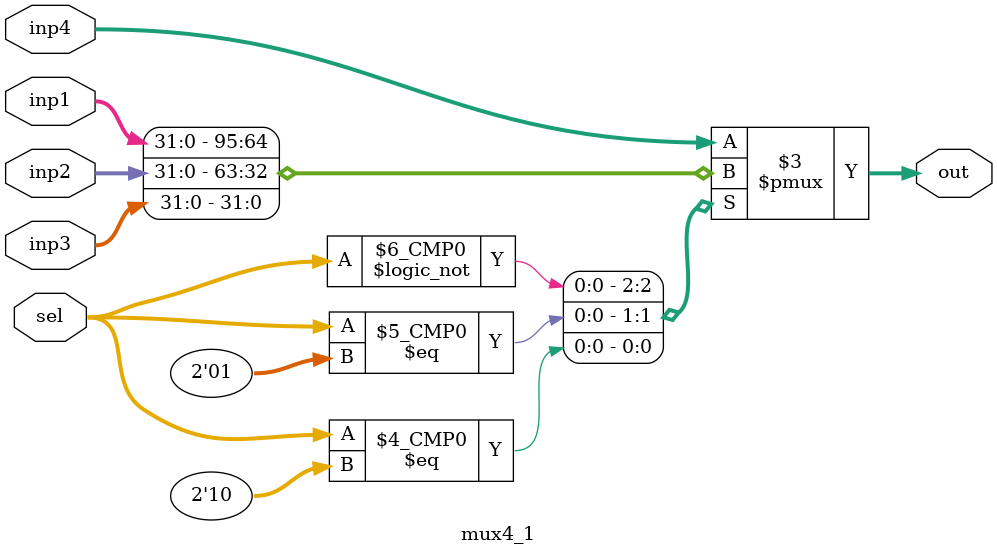
<source format=v>
module mux4_1(sel, inp1, inp2, inp3, inp4, out);

	input [1:0] sel;
	input [31:0] inp1, inp2, inp3, inp4;
	output reg [31:0] out;
	
	always @ (*) begin
		case (sel)
			2'b00: out = inp1;
			2'b01: out = inp2;
			2'b10: out = inp3;
			default: out = inp4;
		endcase
	end
	
endmodule

</source>
